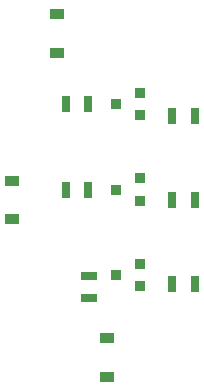
<source format=gtp>
G04 #@! TF.FileFunction,Paste,Top*
%FSLAX46Y46*%
G04 Gerber Fmt 4.6, Leading zero omitted, Abs format (unit mm)*
G04 Created by KiCad (PCBNEW 4.0.2-4+6225~38~ubuntu14.04.1-stable) date Fri 27 Jan 2017 04:50:42 PM CET*
%MOMM*%
G01*
G04 APERTURE LIST*
%ADD10C,0.100000*%
%ADD11R,1.270800X0.960800*%
%ADD12R,0.950800X0.850800*%
%ADD13R,0.750800X1.350800*%
%ADD14R,1.350800X0.750800*%
G04 APERTURE END LIST*
D10*
D11*
X88011000Y-68818000D03*
X88011000Y-65548000D03*
X84201000Y-82915000D03*
X84201000Y-79645000D03*
X92202000Y-96250000D03*
X92202000Y-92980000D03*
D12*
X94980000Y-74102000D03*
X94980000Y-72202000D03*
X92980000Y-73152000D03*
X94980000Y-81341000D03*
X94980000Y-79441000D03*
X92980000Y-80391000D03*
X94980000Y-88580000D03*
X94980000Y-86680000D03*
X92980000Y-87630000D03*
D13*
X97729000Y-74168000D03*
X99629000Y-74168000D03*
X97729000Y-81280000D03*
X99629000Y-81280000D03*
X97729000Y-88392000D03*
X99629000Y-88392000D03*
X88712000Y-73152000D03*
X90612000Y-73152000D03*
X88712000Y-80391000D03*
X90612000Y-80391000D03*
D14*
X90678000Y-89596000D03*
X90678000Y-87696000D03*
M02*

</source>
